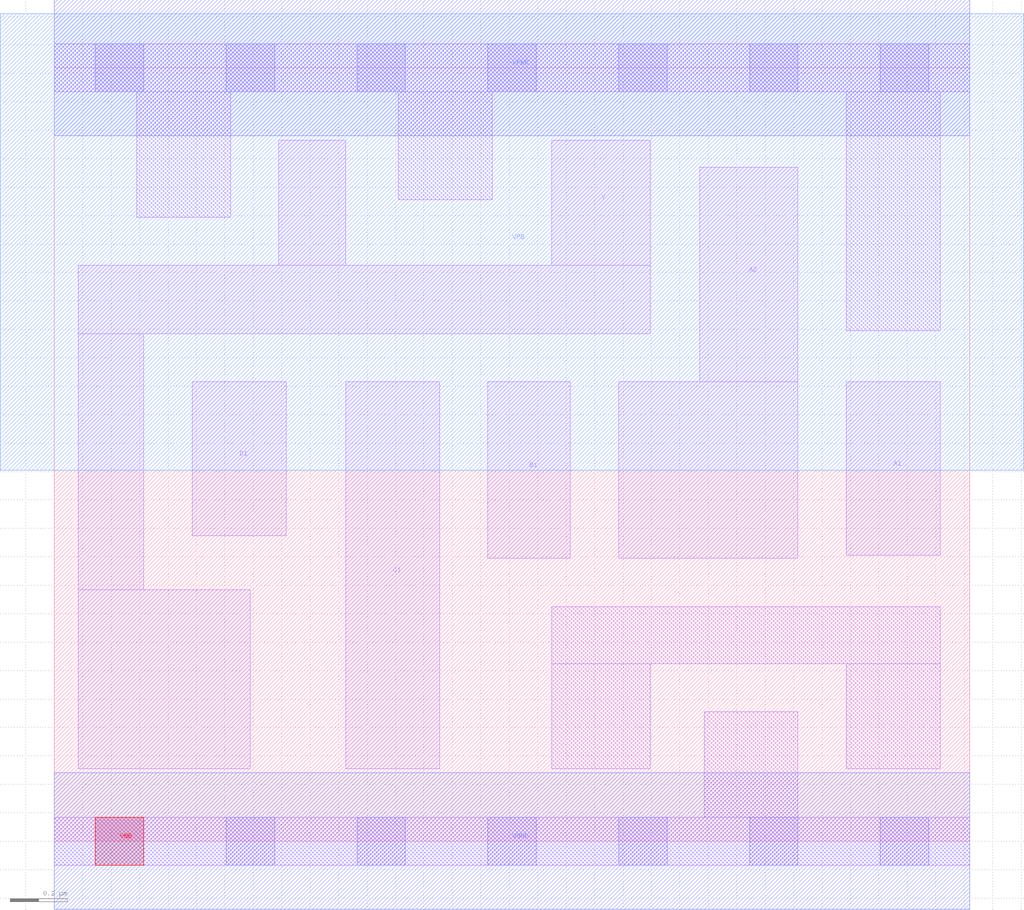
<source format=lef>
# Copyright 2020 The SkyWater PDK Authors
#
# Licensed under the Apache License, Version 2.0 (the "License");
# you may not use this file except in compliance with the License.
# You may obtain a copy of the License at
#
#     https://www.apache.org/licenses/LICENSE-2.0
#
# Unless required by applicable law or agreed to in writing, software
# distributed under the License is distributed on an "AS IS" BASIS,
# WITHOUT WARRANTIES OR CONDITIONS OF ANY KIND, either express or implied.
# See the License for the specific language governing permissions and
# limitations under the License.
#
# SPDX-License-Identifier: Apache-2.0

VERSION 5.7 ;
  NOWIREEXTENSIONATPIN ON ;
  DIVIDERCHAR "/" ;
  BUSBITCHARS "[]" ;
MACRO sky130_fd_sc_hd__o2111ai_1
  CLASS CORE ;
  FOREIGN sky130_fd_sc_hd__o2111ai_1 ;
  ORIGIN  0.000000  0.000000 ;
  SIZE  3.220000 BY  2.720000 ;
  SYMMETRY X Y R90 ;
  SITE unithd ;
  PIN A1
    ANTENNAGATEAREA  0.247500 ;
    DIRECTION INPUT ;
    USE SIGNAL ;
    PORT
      LAYER li1 ;
        RECT 2.785000 1.005000 3.115000 1.615000 ;
    END
  END A1
  PIN A2
    ANTENNAGATEAREA  0.247500 ;
    DIRECTION INPUT ;
    USE SIGNAL ;
    PORT
      LAYER li1 ;
        RECT 1.985000 0.995000 2.615000 1.615000 ;
        RECT 2.270000 1.615000 2.615000 2.370000 ;
    END
  END A2
  PIN B1
    ANTENNAGATEAREA  0.247500 ;
    DIRECTION INPUT ;
    USE SIGNAL ;
    PORT
      LAYER li1 ;
        RECT 1.525000 0.995000 1.815000 1.615000 ;
    END
  END B1
  PIN C1
    ANTENNAGATEAREA  0.247500 ;
    DIRECTION INPUT ;
    USE SIGNAL ;
    PORT
      LAYER li1 ;
        RECT 1.025000 0.255000 1.355000 1.615000 ;
    END
  END C1
  PIN D1
    ANTENNAGATEAREA  0.247500 ;
    DIRECTION INPUT ;
    USE SIGNAL ;
    PORT
      LAYER li1 ;
        RECT 0.485000 1.075000 0.815000 1.615000 ;
    END
  END D1
  PIN Y
    ANTENNADIFFAREA  0.857250 ;
    DIRECTION OUTPUT ;
    USE SIGNAL ;
    PORT
      LAYER li1 ;
        RECT 0.085000 0.255000 0.690000 0.885000 ;
        RECT 0.085000 0.885000 0.315000 1.785000 ;
        RECT 0.085000 1.785000 2.095000 2.025000 ;
        RECT 0.790000 2.025000 1.025000 2.465000 ;
        RECT 1.750000 2.025000 2.095000 2.465000 ;
    END
  END Y
  PIN VGND
    DIRECTION INOUT ;
    SHAPE ABUTMENT ;
    USE GROUND ;
    PORT
      LAYER met1 ;
        RECT 0.000000 -0.240000 3.220000 0.240000 ;
    END
  END VGND
  PIN VNB
    DIRECTION INOUT ;
    USE GROUND ;
    PORT
      LAYER pwell ;
        RECT 0.145000 -0.085000 0.315000 0.085000 ;
    END
  END VNB
  PIN VPB
    DIRECTION INOUT ;
    USE POWER ;
    PORT
      LAYER nwell ;
        RECT -0.190000 1.305000 3.410000 2.910000 ;
    END
  END VPB
  PIN VPWR
    DIRECTION INOUT ;
    SHAPE ABUTMENT ;
    USE POWER ;
    PORT
      LAYER met1 ;
        RECT 0.000000 2.480000 3.220000 2.960000 ;
    END
  END VPWR
  OBS
    LAYER li1 ;
      RECT 0.000000 -0.085000 3.220000 0.085000 ;
      RECT 0.000000  2.635000 3.220000 2.805000 ;
      RECT 0.290000  2.195000 0.620000 2.635000 ;
      RECT 1.210000  2.255000 1.540000 2.635000 ;
      RECT 1.750000  0.255000 2.095000 0.625000 ;
      RECT 1.750000  0.625000 3.115000 0.825000 ;
      RECT 2.285000  0.085000 2.615000 0.455000 ;
      RECT 2.785000  0.255000 3.115000 0.625000 ;
      RECT 2.785000  1.795000 3.115000 2.635000 ;
    LAYER mcon ;
      RECT 0.145000 -0.085000 0.315000 0.085000 ;
      RECT 0.145000  2.635000 0.315000 2.805000 ;
      RECT 0.605000 -0.085000 0.775000 0.085000 ;
      RECT 0.605000  2.635000 0.775000 2.805000 ;
      RECT 1.065000 -0.085000 1.235000 0.085000 ;
      RECT 1.065000  2.635000 1.235000 2.805000 ;
      RECT 1.525000 -0.085000 1.695000 0.085000 ;
      RECT 1.525000  2.635000 1.695000 2.805000 ;
      RECT 1.985000 -0.085000 2.155000 0.085000 ;
      RECT 1.985000  2.635000 2.155000 2.805000 ;
      RECT 2.445000 -0.085000 2.615000 0.085000 ;
      RECT 2.445000  2.635000 2.615000 2.805000 ;
      RECT 2.905000 -0.085000 3.075000 0.085000 ;
      RECT 2.905000  2.635000 3.075000 2.805000 ;
  END
END sky130_fd_sc_hd__o2111ai_1
END LIBRARY

</source>
